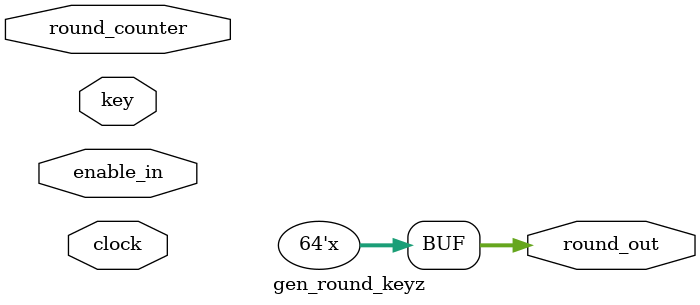
<source format=v>
module gen_round_keyz(
    input             clock,
    input             enable_in,
    input      [79:0] key,
    input      [5:0]  round_counter,
    output reg [63:0] round_out
);
    
    reg[79:0] aux;
       
    always @ (round_counter)
        begin: GENERATE  
            if (enable_in == 1'b0)
                aux = key;
            else begin
                round_out = aux[79:16];
                aux = {aux[18:0], aux[79:19]}; //rotate left by 61 bits       
                case (aux[79:76])
                     4'h0: aux[79:76] = 4'hc;
                     4'h1: aux[79:76] = 4'h5;
                     4'h2: aux[79:76] = 4'h6;
                     4'h3: aux[79:76] = 4'hb;
                     4'h4: aux[79:76] = 4'h9;
                     4'h5: aux[79:76] = 4'h0;
                     4'h6: aux[79:76] = 4'ha;
                     4'h7: aux[79:76] = 4'hd;
                     4'h8: aux[79:76] = 4'h3;
                     4'h9: aux[79:76] = 4'he;
                     4'ha: aux[79:76] = 4'hf;
                     4'hb: aux[79:76] = 4'h8;
                     4'hc: aux[79:76] = 4'h4;
                     4'hd: aux[79:76] = 4'h7;
                     4'he: aux[79:76] = 4'h1;
                     4'hf: aux[79:76] = 4'h2;
                endcase
                aux[19:15] = aux[19:15] ^ round_counter;
            end
        end
endmodule

</source>
